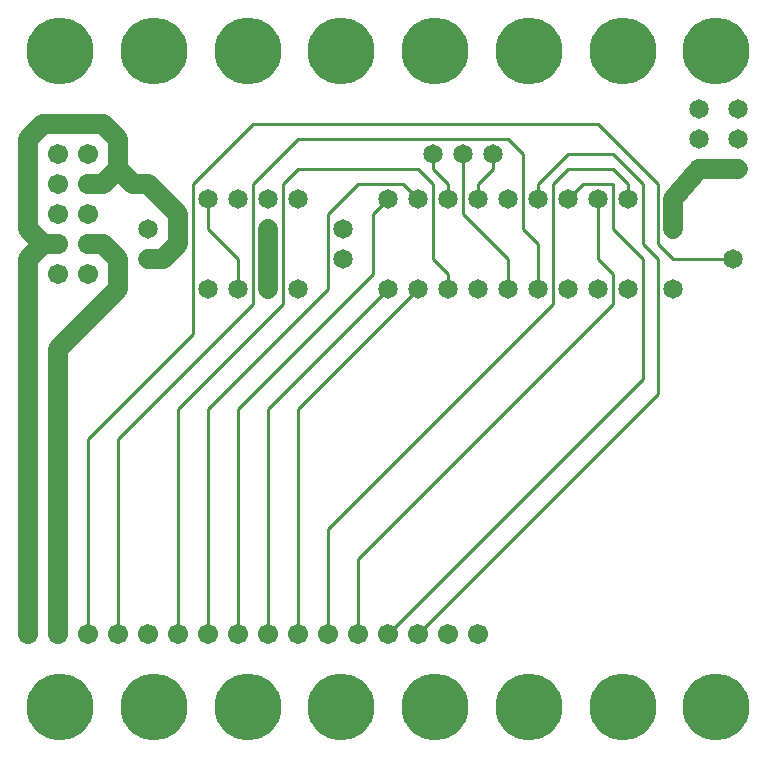
<source format=gtl>
%MOIN*%
%FSLAX25Y25*%
G04 D10 used for Character Trace; *
G04     Circle (OD=.01000) (No hole)*
G04 D11 used for Power Trace; *
G04     Circle (OD=.06500) (No hole)*
G04 D12 used for Signal Trace; *
G04     Circle (OD=.01100) (No hole)*
G04 D13 used for Via; *
G04     Circle (OD=.05800) (Round. Hole ID=.02800)*
G04 D14 used for Component hole; *
G04     Circle (OD=.06500) (Round. Hole ID=.03500)*
G04 D15 used for Component hole; *
G04     Circle (OD=.06700) (Round. Hole ID=.04300)*
G04 D16 used for Component hole; *
G04     Circle (OD=.08100) (Round. Hole ID=.05100)*
G04 D17 used for Component hole; *
G04     Circle (OD=.08900) (Round. Hole ID=.05900)*
G04 D18 used for Component hole; *
G04     Circle (OD=.11300) (Round. Hole ID=.08300)*
G04 D19 used for Component hole; *
G04     Circle (OD=.16000) (Round. Hole ID=.13000)*
G04 D20 used for Component hole; *
G04     Circle (OD=.18300) (Round. Hole ID=.15300)*
G04 D21 used for Component hole; *
G04     Circle (OD=.22291) (Round. Hole ID=.19291)*
%ADD10C,.01000*%
%ADD11C,.06500*%
%ADD12C,.01100*%
%ADD13C,.05800*%
%ADD14C,.06500*%
%ADD15C,.06700*%
%ADD16C,.08100*%
%ADD17C,.08900*%
%ADD18C,.11300*%
%ADD19C,.16000*%
%ADD20C,.18300*%
%ADD21C,.22291*%
%IPPOS*%
%LPD*%
G90*X0Y0D02*D21*X15625Y15625D03*D15*              
X35000Y40000D03*D12*Y105000D01*X80000Y150000D01*  
Y190000D01*X95000Y205000D01*X165000D01*           
X170000Y200000D01*Y175000D01*X175000Y170000D01*   
Y155000D01*D14*D03*D12*X105000Y75000D02*          
X180000Y150000D01*X105000Y40000D02*Y75000D01*D15* 
Y40000D03*X115000D03*D12*Y65000D01*               
X200000Y150000D01*Y160000D01*X195000Y165000D01*   
Y185000D01*D14*D03*D12*X200000Y175000D02*         
Y190000D01*X210000Y165000D02*X200000Y175000D01*   
X210000Y125000D02*Y165000D01*X125000Y40000D02*    
X210000Y125000D01*D15*X125000Y40000D03*X135000D03*
D12*X215000Y120000D01*Y165000D01*                 
X210000Y170000D01*Y190000D01*X200000Y200000D01*   
X185000D01*X175000Y190000D01*Y185000D01*D14*D03*  
D12*X180000Y150000D02*Y190000D01*D14*             
X185000Y155000D03*D12*X165000D02*Y165000D01*D14*  
Y155000D03*D12*Y165000D02*X150000Y180000D01*      
Y200000D01*D14*D03*D12*X140000Y165000D02*         
Y190000D01*X145000Y160000D02*X140000Y165000D01*   
X145000Y155000D02*Y160000D01*D14*Y155000D03*      
X155000D03*X135000D03*D12*X95000Y115000D01*       
Y40000D01*D15*D03*X85000D03*D12*Y115000D01*       
X125000Y155000D01*D14*D03*D12*X75000Y115000D02*   
X120000Y160000D01*X75000Y40000D02*Y115000D01*D15* 
Y40000D03*X65000D03*D12*Y115000D01*               
X105000Y155000D01*Y180000D01*X115000Y190000D01*   
X130000D01*X135000Y185000D01*D14*D03*D12*         
X140000Y190000D02*X135000Y195000D01*X95000D01*    
X90000Y190000D01*Y150000D01*X55000Y115000D01*     
Y40000D01*D15*D03*X45000D03*D21*X78125Y15625D03*  
X46875D03*D15*X25000Y40000D03*D12*Y105000D01*     
X60000Y140000D01*Y190000D01*X80000Y210000D01*     
X195000D01*X215000Y190000D01*Y170000D01*          
X220000Y165000D01*X240000D01*D14*D03*D11*         
X220000Y175000D02*Y185000D01*D14*Y175000D03*D11*  
Y185000D02*X228500Y195000D01*D14*D03*D11*         
X241500D01*D14*D03*X228500Y205000D03*X241500D03*  
Y215000D03*X228500D03*D12*X205000Y185000D02*      
Y190000D01*D14*Y185000D03*D12*X190000Y190000D02*  
X200000D01*X185000Y185000D02*X190000Y190000D01*   
D14*X185000Y185000D03*D12*X180000Y190000D02*      
X185000Y195000D01*X200000D01*X205000Y190000D01*   
D14*X195000Y155000D03*X205000D03*X220000D03*      
X165000Y185000D03*D21*X234375Y234375D03*D14*      
X160000Y200000D03*D12*Y195000D01*                 
X155000Y190000D01*Y185000D01*D14*D03*D12*         
X145000D02*Y190000D01*D14*Y185000D03*D12*         
Y190000D02*X140000Y195000D01*Y200000D01*D14*D03*  
X125000Y185000D03*D12*X120000Y180000D01*          
Y160000D01*D14*X110000Y165000D03*Y175000D03*      
X95000Y185000D03*Y155000D03*X85000Y185000D03*D13* 
Y175000D03*D11*Y155000D01*D14*D03*D12*X75000D02*  
Y165000D01*D14*Y155000D03*D12*Y165000D02*         
X65000Y175000D01*Y185000D01*D14*D03*X75000D03*D11*
X55000Y170000D02*Y180000D01*X50000Y165000D02*     
X55000Y170000D01*X45000Y165000D02*X50000D01*D14*  
X45000D03*D11*X15000Y135000D02*X35000Y155000D01*  
X15000Y40000D02*Y135000D01*D15*Y40000D03*X5000D03*
D11*Y165000D01*X10000Y170000D01*X15000D01*D15*D03*
D11*X10000D02*X5000Y175000D01*Y205000D01*         
X10000Y210000D01*X30000D01*X35000Y205000D01*      
Y195000D01*X30000Y190000D01*X25000D01*D15*D03*    
X15000Y200000D03*Y180000D03*X25000Y200000D03*     
X15000Y190000D03*X25000Y180000D03*D11*            
X40000Y190000D02*X35000Y195000D01*                
X40000Y190000D02*X45000D01*X55000Y180000D01*D14*  
X45000Y175000D03*D11*X35000Y155000D02*Y165000D01* 
D15*X25000Y160000D03*D11*X35000Y165000D02*        
X30000Y170000D01*X25000D01*D15*D03*               
X15000Y160000D03*D14*X65000Y155000D03*D21*        
X78125Y234375D03*X46875D03*X15625D03*X109375D03*  
X140625D03*D15*X155000Y40000D03*X145000D03*D21*   
X171875Y234375D03*X109375Y15625D03*X140625D03*    
X171875D03*X203125D03*Y234375D03*X234375Y15625D03*
M02*                                              

</source>
